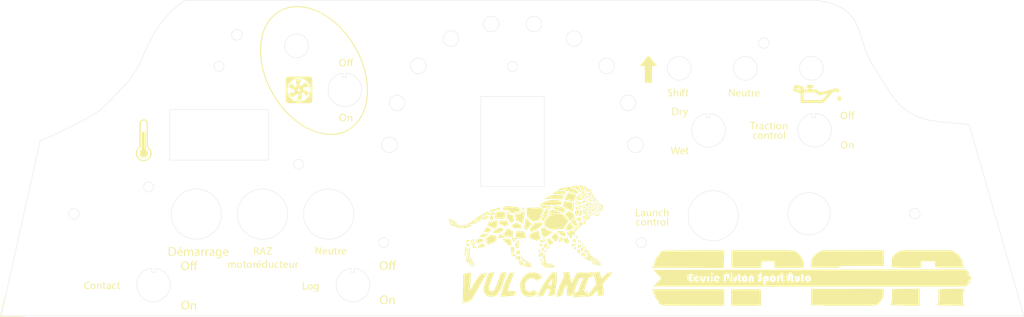
<source format=kicad_pcb>
(kicad_pcb (version 4) (host pcbnew 4.0.7)
  (layers (0 F.Cu signal) (31 B.Cu signal) (34 B.Paste user hide) (35 F.Paste user) (36 B.SilkS user) (37 F.SilkS user) (38 B.Mask user) (39 F.Mask user) (44 Edge.Cuts user))
  (net 0 "")
  (module logokicad:écriture (layer F.Cu) (at 154.94 88.9)
    (fp_text reference G*** hide)
    (fp_text value LOGO hide)
  )
  (gr_circle (center 164.522377 52.990567) (end 166.422377 52.990567) (layer Edge.Cuts) (width 0.1))
  (gr_circle (center 120.826698 66.780637) (end 123.776698 66.780637) (layer Edge.Cuts) (width 0.1))
  (gr_circle (center 172.597023 36.891019) (end 175.547023 36.891019) (layer Edge.Cuts) (width 0.1))
  (gr_circle (center 213.232399 119.660581) (end 215.132399 119.660581) (layer Edge.Cuts) (width 0.1))
  (gr_circle (center 187.772377 42.414395) (end 190.722377 42.414395) (layer Edge.Cuts) (width 0.1))
  (gr_circle (center 141.272377 42.414395) (end 144.222377 42.414395) (layer Edge.Cuts) (width 0.1))
  (gr_circle (center 200.143471 52.794949) (end 203.093471 52.794949) (layer Edge.Cuts) (width 0.1))
  (gr_line (start 176.522377 98.390592) (end 176.522377 64.390592) (layer Edge.Cuts) (width 0.1))
  (gr_line (start 176.522377 98.390592) (end 152.522377 98.390592) (layer Edge.Cuts) (width 0.1))
  (gr_line (start 152.522377 64.390592) (end 176.522377 64.390592) (layer Edge.Cuts) (width 0.1))
  (gr_line (start 152.522377 64.390592) (end 152.522377 98.390592) (layer Edge.Cuts) (width 0.1))
  (gr_circle (center 208.218117 66.780637) (end 211.168117 66.780637) (layer Edge.Cuts) (width 0.1))
  (gr_circle (center 118.022377 82.684567) (end 120.972377 82.684567) (layer Edge.Cuts) (width 0.1))
  (gr_circle (center 211.022377 82.684567) (end 213.972377 82.684567) (layer Edge.Cuts) (width 0.1))
  (gr_circle (center 128.901344 52.794949) (end 131.851344 52.794949) (layer Edge.Cuts) (width 0.1))
  (gr_circle (center 115.812416 119.660581) (end 117.712416 119.660581) (layer Edge.Cuts) (width 0.1))
  (gr_circle (center 156.447731 36.891019) (end 159.397731 36.891019) (layer Edge.Cuts) (width 0.1))
  (gr_circle (center 227.525856 53.662625) (end 232.025856 53.662625) (layer Edge.Cuts) (width 0.1))
  (gr_line (start 100.387917 57.073575) (end 101.687965 57.073575) (layer Edge.Cuts) (width 0.1))
  (gr_line (start 101.687965 57.073575) (end 101.687965 55.492307) (layer Edge.Cuts) (width 0.1))
  (gr_line (start 100.387917 55.513333) (end 100.387917 57.073575) (layer Edge.Cuts) (width 0.1))
  (gr_arc (start 101.140175 61.818631) (end 100.387961 55.513342) (angle -348.248032) (layer Edge.Cuts) (width 0.1))
  (gr_circle (center 276.625221 108.740018) (end 284.625221 108.740018) (layer Edge.Cuts) (width 0.1))
  (gr_line (start 237.851112 72.375699) (end 239.1511 72.375699) (layer Edge.Cuts) (width 0.1))
  (gr_line (start 239.1511 72.375699) (end 239.1511 70.791623) (layer Edge.Cuts) (width 0.1))
  (gr_line (start 237.851112 70.819547) (end 237.851112 72.375699) (layer Edge.Cuts) (width 0.1))
  (gr_arc (start 238.636757 77.120755) (end 237.851072 70.819549) (angle -348.246857) (layer Edge.Cuts) (width 0.1))
  (gr_circle (center 240.391457 109.491757) (end 249.891457 109.491757) (layer Edge.Cuts) (width 0.1))
  (gr_line (start 277.785866 72.375699) (end 279.085854 72.375699) (layer Edge.Cuts) (width 0.1))
  (gr_line (start 279.085854 72.375699) (end 279.085854 70.781064) (layer Edge.Cuts) (width 0.1))
  (gr_line (start 277.785866 70.840482) (end 277.785866 72.375699) (layer Edge.Cuts) (width 0.1))
  (gr_arc (start 278.724403 77.120755) (end 277.785876 70.840495) (angle -348.237254) (layer Edge.Cuts) (width 0.1))
  (gr_circle (center 94.994301 108.899716) (end 104.494301 108.899716) (layer Edge.Cuts) (width 0.1))
  (gr_line (start 28.155617 130.982846) (end 29.455574 130.982846) (layer Edge.Cuts) (width 0.1))
  (gr_line (start 29.455574 130.982846) (end 29.455574 129.416196) (layer Edge.Cuts) (width 0.1))
  (gr_line (start 28.155617 129.406644) (end 28.155617 130.982846) (layer Edge.Cuts) (width 0.1))
  (gr_arc (start 28.759254 135.727902) (end 28.155621 129.406658) (angle -348.249574) (layer Edge.Cuts) (width 0.1))
  (gr_circle (center 69.994301 108.899716) (end 79.494301 108.899716) (layer Edge.Cuts) (width 0.1))
  (gr_line (start 103.430641 130.982846) (end 104.73069 130.982846) (layer Edge.Cuts) (width 0.1))
  (gr_line (start 104.73069 130.982846) (end 104.73069 129.401578) (layer Edge.Cuts) (width 0.1))
  (gr_line (start 103.430641 129.422604) (end 103.430641 130.982846) (layer Edge.Cuts) (width 0.1))
  (gr_arc (start 104.182899 135.727902) (end 103.430685 129.422613) (angle -348.248032) (layer Edge.Cuts) (width 0.1))
  (gr_circle (center 44.994301 108.899716) (end 54.494301 108.899716) (layer Edge.Cuts) (width 0.1))
  (gr_circle (center -1.342247 108.792081) (end 0.657753 108.792081) (layer Edge.Cuts) (width 0.1))
  (gr_circle (center 82.861122 45.1741) (end 87.361122 45.1741) (layer Edge.Cuts) (width 0.1))
  (gr_circle (center 60.306404 41.004147) (end 62.306404 41.004147) (layer Edge.Cuts) (width 0.1))
  (gr_circle (center 277.525856 53.662625) (end 282.025856 53.662625) (layer Edge.Cuts) (width 0.1))
  (gr_circle (center 259.521523 44.105924) (end 261.521523 44.105924) (layer Edge.Cuts) (width 0.1))
  (gr_circle (center 252.525856 53.662625) (end 257.025856 53.662625) (layer Edge.Cuts) (width 0.1))
  (gr_circle (center 316.625221 108.732541) (end 318.625221 108.732541) (layer Edge.Cuts) (width 0.1))
  (gr_line (start -28.817528 147.439725) (end -14.040245 80.99429) (layer Edge.Cuts) (width 0.1))
  (gr_line (start 38.726143 29.299466) (end 40.683876 27.856198) (layer Edge.Cuts) (width 0.1))
  (gr_line (start 36.891701 30.824765) (end 38.726143 29.299466) (layer Edge.Cuts) (width 0.1))
  (gr_line (start 35.179909 32.431821) (end 36.891701 30.824765) (layer Edge.Cuts) (width 0.1))
  (gr_line (start 33.589455 34.11984) (end 35.179909 32.431821) (layer Edge.Cuts) (width 0.1))
  (gr_line (start 32.11747 35.887418) (end 33.589455 34.11984) (layer Edge.Cuts) (width 0.1))
  (gr_line (start 30.75956 37.732114) (end 32.11747 35.887418) (layer Edge.Cuts) (width 0.1))
  (gr_line (start 29.508949 39.650449) (end 30.75956 37.732114) (layer Edge.Cuts) (width 0.1))
  (gr_line (start 28.565285 41.260343) (end 29.508949 39.650449) (layer Edge.Cuts) (width 0.1))
  (gr_line (start 27.679726 42.912015) (end 28.565285 41.260343) (layer Edge.Cuts) (width 0.1))
  (gr_line (start 26.573769 45.170133) (end 27.679726 42.912015) (layer Edge.Cuts) (width 0.1))
  (gr_line (start 25.525673 47.474667) (end 26.573769 45.170133) (layer Edge.Cuts) (width 0.1))
  (gr_line (start 24.493294 49.796628) (end 25.525673 47.474667) (layer Edge.Cuts) (width 0.1))
  (gr_line (start 23.620155 51.680234) (end 24.493294 49.796628) (layer Edge.Cuts) (width 0.1))
  (gr_line (start 23.161018 52.606931) (end 23.620155 51.680234) (layer Edge.Cuts) (width 0.1))
  (gr_line (start 22.430763 53.967893) (end 23.161018 52.606931) (layer Edge.Cuts) (width 0.1))
  (gr_line (start 21.75544 55.101621) (end 22.430763 53.967893) (layer Edge.Cuts) (width 0.1))
  (gr_line (start 21.029762 56.19946) (end 21.75544 55.101621) (layer Edge.Cuts) (width 0.1))
  (gr_line (start 20.175331 57.362271) (end 21.029762 56.19946) (layer Edge.Cuts) (width 0.1))
  (gr_line (start 19.265968 58.486905) (end 20.175331 57.362271) (layer Edge.Cuts) (width 0.1))
  (gr_line (start 17.988869 59.943692) (end 19.265968 58.486905) (layer Edge.Cuts) (width 0.1))
  (gr_line (start 17.111855 60.899655) (end 17.988869 59.943692) (layer Edge.Cuts) (width 0.1))
  (gr_line (start 13.572456 64.71005) (end 17.111855 60.899655) (layer Edge.Cuts) (width 0.1))
  (gr_line (start 12.686195 65.65408) (end 13.572456 64.71005) (layer Edge.Cuts) (width 0.1))
  (gr_line (start 11.332924 67.035397) (end 12.686195 65.65408) (layer Edge.Cuts) (width 0.1))
  (gr_line (start 10.283974 68.027097) (end 11.332924 67.035397) (layer Edge.Cuts) (width 0.1))
  (gr_line (start 9.194099 68.968045) (end 10.283974 68.027097) (layer Edge.Cuts) (width 0.1))
  (gr_line (start 7.977669 69.910062) (end 9.194099 68.968045) (layer Edge.Cuts) (width 0.1))
  (gr_line (start 6.707558 70.786801) (end 7.977669 69.910062) (layer Edge.Cuts) (width 0.1))
  (gr_line (start 4.942543 71.867062) (end 6.707558 70.786801) (layer Edge.Cuts) (width 0.1))
  (gr_line (start 3.732277 72.543485) (end 4.942543 71.867062) (layer Edge.Cuts) (width 0.1))
  (gr_line (start 1.271034 73.833798) (end 3.732277 72.543485) (layer Edge.Cuts) (width 0.1))
  (gr_line (start -2.776939 75.888669) (end 1.271034 73.833798) (layer Edge.Cuts) (width 0.1))
  (gr_line (start -5.464531 77.23309) (end -2.776939 75.888669) (layer Edge.Cuts) (width 0.1))
  (gr_line (start -8.587242 78.718533) (end -5.464531 77.23309) (layer Edge.Cuts) (width 0.1))
  (gr_line (start -10.381126 79.514554) (end -8.587242 78.718533) (layer Edge.Cuts) (width 0.1))
  (gr_line (start -12.198387 80.273526) (end -10.381126 79.514554) (layer Edge.Cuts) (width 0.1))
  (gr_line (start -14.040245 80.99429) (end -12.198387 80.273526) (layer Edge.Cuts) (width 0.1))
  (gr_line (start 40.683876 27.856198) (end 276.99662 27.856198) (layer Edge.Cuts) (width 0.1))
  (gr_line (start 278.324928 27.930051) (end 276.99662 27.856198) (layer Edge.Cuts) (width 0.1))
  (gr_line (start 279.601479 28.040372) (end 278.324928 27.930051) (layer Edge.Cuts) (width 0.1))
  (gr_line (start 281.223183 28.244107) (end 279.601479 28.040372) (layer Edge.Cuts) (width 0.1))
  (gr_line (start 282.753029 28.51254) (end 281.223183 28.244107) (layer Edge.Cuts) (width 0.1))
  (gr_line (start 284.191322 28.845487) (end 282.753029 28.51254) (layer Edge.Cuts) (width 0.1))
  (gr_line (start 285.797218 29.32977) (end 284.191322 28.845487) (layer Edge.Cuts) (width 0.1))
  (gr_line (start 287.273231 29.905698) (end 285.797218 29.32977) (layer Edge.Cuts) (width 0.1))
  (gr_line (start 288.621559 30.571988) (end 287.273231 29.905698) (layer Edge.Cuts) (width 0.1))
  (gr_line (start 289.844887 31.326871) (end 288.621559 30.571988) (layer Edge.Cuts) (width 0.1))
  (gr_line (start 290.94706 32.167996) (end 289.844887 31.326871) (layer Edge.Cuts) (width 0.1))
  (gr_line (start 291.72361 32.879819) (end 290.94706 32.167996) (layer Edge.Cuts) (width 0.1))
  (gr_line (start 292.432777 33.640164) (end 291.72361 32.879819) (layer Edge.Cuts) (width 0.1))
  (gr_line (start 293.077675 34.446896) (end 292.432777 33.640164) (layer Edge.Cuts) (width 0.1))
  (gr_line (start 293.521645 35.08096) (end 293.077675 34.446896) (layer Edge.Cuts) (width 0.1))
  (gr_line (start 293.93351 35.738583) (end 293.521645 35.08096) (layer Edge.Cuts) (width 0.1))
  (gr_line (start 294.469765 36.715024) (end 293.93351 35.738583) (layer Edge.Cuts) (width 0.1))
  (gr_line (start 294.951576 37.732602) (end 294.469765 36.715024) (layer Edge.Cuts) (width 0.1))
  (gr_line (start 295.429054 38.896756) (end 294.951576 37.732602) (layer Edge.Cuts) (width 0.1))
  (gr_line (start 295.861183 40.097867) (end 295.429054 38.896756) (layer Edge.Cuts) (width 0.1))
  (gr_line (start 296.294044 41.433713) (end 295.861183 40.097867) (layer Edge.Cuts) (width 0.1))
  (gr_line (start 297.120338 44.15994) (end 296.294044 41.433713) (layer Edge.Cuts) (width 0.1))
  (gr_line (start 297.691627 45.946042) (end 297.120338 44.15994) (layer Edge.Cuts) (width 0.1))
  (gr_line (start 298.000893 46.830228) (end 297.691627 45.946042) (layer Edge.Cuts) (width 0.1))
  (gr_line (start 298.504921 48.138394) (end 298.000893 46.830228) (layer Edge.Cuts) (width 0.1))
  (gr_line (start 298.943275 49.155454) (end 298.504921 48.138394) (layer Edge.Cuts) (width 0.1))
  (gr_line (start 299.418495 50.153775) (end 298.943275 49.155454) (layer Edge.Cuts) (width 0.1))
  (gr_line (start 300.163918 51.555448) (end 299.418495 50.153775) (layer Edge.Cuts) (width 0.1))
  (gr_line (start 300.972328 52.923154) (end 300.163918 51.555448) (layer Edge.Cuts) (width 0.1))
  (gr_line (start 301.536964 53.820706) (end 300.972328 52.923154) (layer Edge.Cuts) (width 0.1))
  (gr_line (start 302.698097 55.597135) (end 301.536964 53.820706) (layer Edge.Cuts) (width 0.1))
  (gr_line (start 305.535988 60.041745) (end 302.698097 55.597135) (layer Edge.Cuts) (width 0.1))
  (gr_line (start 306.632851 61.825925) (end 305.535988 60.041745) (layer Edge.Cuts) (width 0.1))
  (gr_line (start 307.835121 63.683011) (end 306.632851 61.825925) (layer Edge.Cuts) (width 0.1))
  (gr_line (start 308.473427 64.588864) (end 307.835121 63.683011) (layer Edge.Cuts) (width 0.1))
  (gr_line (start 309.594643 66.021451) (end 308.473427 64.588864) (layer Edge.Cuts) (width 0.1))
  (gr_line (start 310.822975 67.36868) (end 309.594643 66.021451) (layer Edge.Cuts) (width 0.1))
  (gr_line (start 311.479164 68.003446) (end 310.822975 67.36868) (layer Edge.Cuts) (width 0.1))
  (gr_line (start 312.163002 68.609189) (end 311.479164 68.003446) (layer Edge.Cuts) (width 0.1))
  (gr_line (start 313.116127 69.368253) (end 312.163002 68.609189) (layer Edge.Cuts) (width 0.1))
  (gr_line (start 314.113441 70.068265) (end 313.116127 69.368253) (layer Edge.Cuts) (width 0.1))
  (gr_line (start 315.150795 70.706601) (end 314.113441 70.068265) (layer Edge.Cuts) (width 0.1))
  (gr_line (start 316.752113 71.536771) (end 315.150795 70.706601) (layer Edge.Cuts) (width 0.1))
  (gr_line (start 318.415932 72.230313) (end 316.752113 71.536771) (layer Edge.Cuts) (width 0.1))
  (gr_line (start 320.127235 72.794858) (end 318.415932 72.230313) (layer Edge.Cuts) (width 0.1))
  (gr_line (start 321.306435 73.110288) (end 320.127235 72.794858) (layer Edge.Cuts) (width 0.1))
  (gr_line (start 322.497108 73.377225) (end 321.306435 73.110288) (layer Edge.Cuts) (width 0.1))
  (gr_line (start 323.952736 73.644345) (end 322.497108 73.377225) (layer Edge.Cuts) (width 0.1))
  (gr_line (start 325.414833 73.859616) (end 323.952736 73.644345) (layer Edge.Cuts) (width 0.1))
  (gr_line (start 327.617653 74.111875) (end 325.414833 73.859616) (layer Edge.Cuts) (width 0.1))
  (gr_line (start 329.086342 74.249997) (end 327.617653 74.111875) (layer Edge.Cuts) (width 0.1))
  (gr_line (start 332.022316 74.50311) (end 329.086342 74.249997) (layer Edge.Cuts) (width 0.1))
  (gr_line (start 337.218483 75.01788) (end 332.022316 74.50311) (layer Edge.Cuts) (width 0.1))
  (gr_line (start 357.862282 147.439725) (end 337.218483 75.01788) (layer Edge.Cuts) (width 0.1))
  (gr_line (start -28.817528 147.439725) (end 357.862282 147.439725) (layer Edge.Cuts) (width 0.1))
  (gr_circle (center 53.554054 52.920041) (end 55.454054 52.920041) (layer Edge.Cuts) (width 0.1))
  (gr_circle (center 26.954048 98.620053) (end 28.854048 98.620053) (layer Edge.Cuts) (width 0.1))
  (gr_circle (center 83.644081 90.060056) (end 85.544081 90.060056) (layer Edge.Cuts) (width 0.1))
  (gr_line (start 34.924049 69.260037) (end 34.924049 88.46005) (layer Edge.Cuts) (width 0.1))
  (gr_line (start 34.924049 69.260037) (end 72.224037 69.260037) (layer Edge.Cuts) (width 0.1))
  (gr_line (start 72.224037 88.46005) (end 72.224037 69.260037) (layer Edge.Cuts) (width 0.1))
  (gr_line (start 72.224037 88.46005) (end 34.924049 88.46005) (layer Edge.Cuts) (width 0.1))
)
</source>
